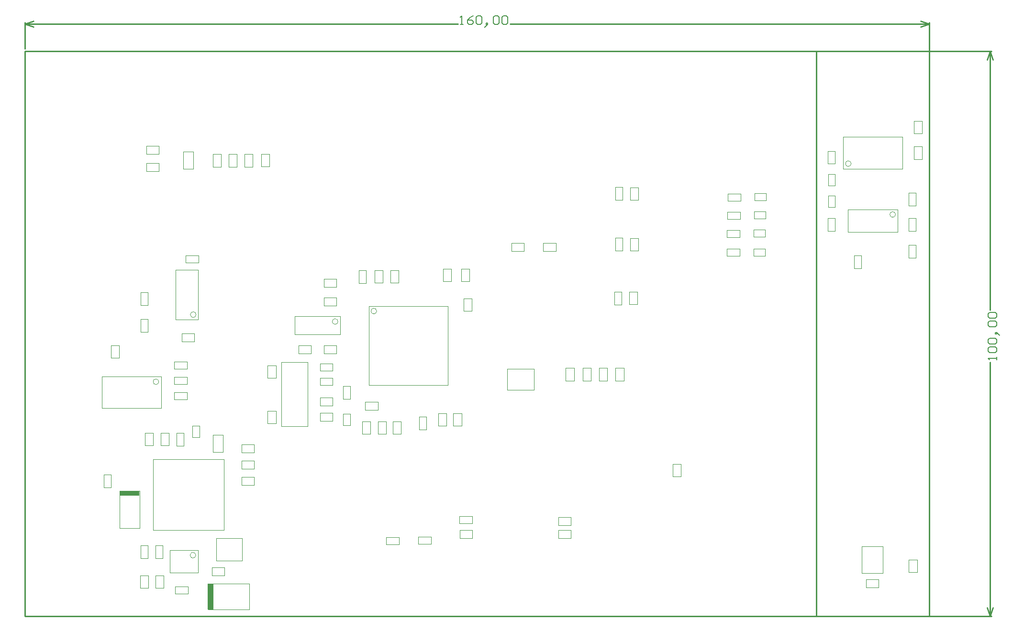
<source format=gbp>
G04 Layer_Color=128*
%FSLAX44Y44*%
%MOMM*%
G71*
G01*
G75*
%ADD47C,0.1000*%
%ADD48C,0.2540*%
%ADD49C,0.1524*%
%ADD50R,3.5000X0.8877*%
%ADD51R,0.9819X4.6000*%
D47*
X2022000Y1170000D02*
G03*
X2022000Y1170000I-5000J0D01*
G01*
X1702000Y738000D02*
G03*
X1702000Y738000I-5000J0D01*
G01*
X1636500Y1045000D02*
G03*
X1636500Y1045000I-5000J0D01*
G01*
X1953500Y1151500D02*
G03*
X1953500Y1151500I-5000J0D01*
G01*
X2861500Y1431000D02*
G03*
X2861500Y1431000I-5000J0D01*
G01*
X2940000Y1341000D02*
G03*
X2940000Y1341000I-5000J0D01*
G01*
X1702500Y1163750D02*
G03*
X1702500Y1163750I-5000J0D01*
G01*
X1604650Y1132600D02*
Y1155400D01*
X1617350Y1132600D02*
Y1155400D01*
X1604650Y1132600D02*
X1617350D01*
X1604650Y1155400D02*
X1617350D01*
X2820750Y1354000D02*
Y1374000D01*
X2833250Y1354000D02*
Y1374000D01*
X2820750Y1354000D02*
X2833250D01*
X2820750Y1374000D02*
X2833250D01*
X2833350Y1430600D02*
Y1453400D01*
X2820650Y1430600D02*
Y1453400D01*
X2833350D01*
X2820650Y1430600D02*
X2833350D01*
X2820650Y1311600D02*
Y1334400D01*
X2833350Y1311600D02*
Y1334400D01*
X2820650Y1311600D02*
X2833350D01*
X2820650Y1334400D02*
X2833350D01*
X2833250Y1392000D02*
Y1412000D01*
X2820750Y1392000D02*
Y1412000D01*
X2833250D01*
X2820750Y1392000D02*
X2833250D01*
X2880200Y753600D02*
X2917800D01*
X2880200Y706400D02*
X2917800D01*
X2880200D02*
Y753600D01*
X2917800Y706400D02*
Y753600D01*
X2963750Y707950D02*
X2978250D01*
X2963750Y730050D02*
X2978250D01*
X2963750Y707950D02*
Y730050D01*
X2978250Y707950D02*
Y730050D01*
X2887950Y680750D02*
Y695250D01*
X2910050Y680750D02*
Y695250D01*
X2887950D02*
X2910050D01*
X2887950Y680750D02*
X2910050D01*
X1663600Y1013650D02*
X1686400D01*
X1663600Y1026350D02*
X1686400D01*
Y1013650D02*
Y1026350D01*
X1663600Y1013650D02*
Y1026350D01*
Y1040650D02*
X1686400D01*
X1663600Y1053350D02*
X1686400D01*
Y1040650D02*
Y1053350D01*
X1663600Y1040650D02*
Y1053350D01*
Y1067650D02*
X1686400D01*
X1663600Y1080350D02*
X1686400D01*
Y1067650D02*
Y1080350D01*
X1663600Y1067650D02*
Y1080350D01*
X2316950Y1275750D02*
Y1290250D01*
X2339050Y1275750D02*
Y1290250D01*
X2316950D02*
X2339050D01*
X2316950Y1275750D02*
X2339050D01*
X2283050D02*
Y1290250D01*
X2260950Y1275750D02*
Y1290250D01*
Y1275750D02*
X2283050D01*
X2260950Y1290250D02*
X2283050D01*
X1539650Y880400D02*
X1552350D01*
X1539650Y857600D02*
X1552350D01*
Y880400D01*
X1539650Y857600D02*
Y880400D01*
X2168950Y782250D02*
X2191050D01*
X2168950Y767750D02*
X2191050D01*
X2168950D02*
Y782250D01*
X2191050Y767750D02*
Y782250D01*
X2468750Y1181950D02*
Y1204050D01*
X2483250Y1181950D02*
Y1204050D01*
X2468750Y1181950D02*
X2483250D01*
X2468750Y1204050D02*
X2483250D01*
X2470750Y1276950D02*
Y1299050D01*
X2485250Y1276950D02*
Y1299050D01*
X2470750Y1276950D02*
X2485250D01*
X2470750Y1299050D02*
X2485250D01*
X2470750Y1366950D02*
Y1389050D01*
X2485250Y1366950D02*
Y1389050D01*
X2470750Y1366950D02*
X2485250D01*
X2470750Y1389050D02*
X2485250D01*
X1829250Y1051450D02*
Y1073550D01*
X1843750Y1051450D02*
Y1073550D01*
X1829250Y1051450D02*
X1843750D01*
X1829250Y1073550D02*
X1843750D01*
Y971450D02*
Y993550D01*
X1829250Y971450D02*
Y993550D01*
X1843750D01*
X1829250Y971450D02*
X1843750D01*
X1883950Y1109250D02*
X1906050D01*
X1883950Y1094750D02*
X1906050D01*
X1883950D02*
Y1109250D01*
X1906050Y1094750D02*
Y1109250D01*
X2157750Y966950D02*
Y989050D01*
X2172250Y966950D02*
Y989050D01*
X2157750Y966950D02*
X2172250D01*
X2157750Y989050D02*
X2172250D01*
X2190250Y1169950D02*
Y1192050D01*
X2175750Y1169950D02*
Y1192050D01*
X2190250D01*
X2175750Y1169950D02*
X2190250D01*
X2033250Y1219950D02*
Y1242050D01*
X2018750Y1219950D02*
Y1242050D01*
X2033250D01*
X2018750Y1219950D02*
X2033250D01*
X2050750Y952950D02*
Y975050D01*
X2065250Y952950D02*
Y975050D01*
X2050750Y952950D02*
X2065250D01*
X2050750Y975050D02*
X2065250D01*
X2001950Y994750D02*
X2024050D01*
X2001950Y1009250D02*
X2024050D01*
Y994750D02*
Y1009250D01*
X2001950Y994750D02*
Y1009250D01*
X2061250Y1219950D02*
Y1242050D01*
X2046750Y1219950D02*
Y1242050D01*
X2061250D01*
X2046750Y1219950D02*
X2061250D01*
X2154250Y1222950D02*
Y1245050D01*
X2139750Y1222950D02*
Y1245050D01*
X2154250D01*
X2139750Y1222950D02*
X2154250D01*
X1921950Y990250D02*
X1944050D01*
X1921950Y975750D02*
X1944050D01*
X1921950D02*
Y990250D01*
X1944050Y975750D02*
Y990250D01*
X1921950Y1017250D02*
X1944050D01*
X1921950Y1002750D02*
X1944050D01*
X1921950D02*
Y1017250D01*
X1944050Y1002750D02*
Y1017250D01*
X2186250Y1222950D02*
Y1245050D01*
X2171750Y1222950D02*
Y1245050D01*
X2186250D01*
X2171750Y1222950D02*
X2186250D01*
X2130750Y966950D02*
Y989050D01*
X2145250Y966950D02*
Y989050D01*
X2130750Y966950D02*
X2145250D01*
X2130750Y989050D02*
X2145250D01*
X2011250Y952950D02*
Y975050D01*
X1996750Y952950D02*
Y975050D01*
X2011250D01*
X1996750Y952950D02*
X2011250D01*
X2039250Y952950D02*
Y975050D01*
X2024750Y952950D02*
Y975050D01*
X2039250D01*
X2024750Y952950D02*
X2039250D01*
X1928950Y1227250D02*
X1951050D01*
X1928950Y1212750D02*
X1951050D01*
X1928950D02*
Y1227250D01*
X1951050Y1212750D02*
Y1227250D01*
X1928950Y1194250D02*
X1951050D01*
X1928950Y1179750D02*
X1951050D01*
X1928950D02*
Y1194250D01*
X1951050Y1179750D02*
Y1194250D01*
X1928950Y1109250D02*
X1951050D01*
X1928950Y1094750D02*
X1951050D01*
X1928950D02*
Y1109250D01*
X1951050Y1094750D02*
Y1109250D01*
X2356750Y1046950D02*
Y1069050D01*
X2371250Y1046950D02*
Y1069050D01*
X2356750Y1046950D02*
X2371250D01*
X2356750Y1069050D02*
X2371250D01*
X2386750Y1046950D02*
Y1069050D01*
X2401250Y1046950D02*
Y1069050D01*
X2386750Y1046950D02*
X2401250D01*
X2386750Y1069050D02*
X2401250D01*
X2444750Y1046950D02*
Y1069050D01*
X2459250Y1046950D02*
Y1069050D01*
X2444750Y1046950D02*
X2459250D01*
X2444750Y1069050D02*
X2459250D01*
X2415750Y1046950D02*
Y1069050D01*
X2430250Y1046950D02*
Y1069050D01*
X2415750Y1046950D02*
X2430250D01*
X2415750Y1069050D02*
X2430250D01*
X1567500Y852000D02*
X1602500D01*
X1567500Y786000D02*
X1602500D01*
Y852000D01*
X1567500Y786000D02*
Y852000D01*
X1723500Y642000D02*
X1796500D01*
X1723500Y688000D02*
X1796500D01*
Y642000D02*
Y688000D01*
X1723500Y642000D02*
Y688000D01*
X1630750Y679950D02*
Y702050D01*
X1645250Y679950D02*
Y702050D01*
X1630750Y679950D02*
X1645250D01*
X1630750Y702050D02*
X1645250D01*
X1603750Y679950D02*
Y702050D01*
X1618250Y679950D02*
Y702050D01*
X1603750Y679950D02*
X1618250D01*
X1603750Y702050D02*
X1618250D01*
X1626250Y931950D02*
Y954050D01*
X1611750Y931950D02*
Y954050D01*
X1626250D01*
X1611750Y931950D02*
X1626250D01*
X1654250D02*
Y954050D01*
X1639750Y931950D02*
Y954050D01*
X1654250D01*
X1639750Y931950D02*
X1654250D01*
X1782950Y861750D02*
X1805050D01*
X1782950Y876250D02*
X1805050D01*
Y861750D02*
Y876250D01*
X1782950Y861750D02*
Y876250D01*
Y890750D02*
X1805050D01*
X1782950Y905250D02*
X1805050D01*
Y890750D02*
Y905250D01*
X1782950Y890750D02*
Y905250D01*
Y919750D02*
X1805050D01*
X1782950Y934250D02*
X1805050D01*
Y919750D02*
Y934250D01*
X1782950Y919750D02*
Y934250D01*
X2689000Y1280250D02*
X2709000D01*
X2689000Y1267750D02*
X2709000D01*
X2689000D02*
Y1280250D01*
X2709000Y1267750D02*
Y1280250D01*
X2709000Y1301750D02*
Y1314250D01*
X2689000Y1301750D02*
Y1314250D01*
Y1301750D02*
X2709000D01*
X2689000Y1314250D02*
X2709000D01*
X2690000Y1346250D02*
X2710000D01*
X2690000Y1333750D02*
X2710000D01*
X2690000D02*
Y1346250D01*
X2710000Y1333750D02*
Y1346250D01*
X2711000Y1365750D02*
Y1378250D01*
X2691000Y1365750D02*
Y1378250D01*
Y1365750D02*
X2711000D01*
X2691000Y1378250D02*
X2711000D01*
X1738000Y728250D02*
X1784000D01*
X1738000Y767750D02*
X1784000D01*
Y728250D02*
Y767750D01*
X1738000Y728250D02*
Y767750D01*
X1695750Y947000D02*
Y967000D01*
X1708250Y947000D02*
Y967000D01*
X1695750Y947000D02*
X1708250D01*
X1695750Y967000D02*
X1708250D01*
X1962750Y968000D02*
X1975250D01*
X1962750Y988000D02*
X1975250D01*
X1962750Y968000D02*
Y988000D01*
X1975250Y968000D02*
Y988000D01*
X1626500Y907500D02*
X1751500D01*
X1626500Y782500D02*
X1751500D01*
X1626500D02*
Y907500D01*
X1751500Y782500D02*
Y907500D01*
X2095600Y757650D02*
Y770350D01*
X2118400Y757650D02*
Y770350D01*
X2095600D02*
X2118400D01*
X2095600Y757650D02*
X2118400D01*
X2455350Y1181600D02*
Y1204400D01*
X2442650Y1181600D02*
Y1204400D01*
X2455350D01*
X2442650Y1181600D02*
X2455350D01*
X1944400Y1064150D02*
Y1076850D01*
X1921600Y1064150D02*
Y1076850D01*
Y1064150D02*
X1944400D01*
X1921600Y1076850D02*
X1944400D01*
X1921600Y1051350D02*
X1944400D01*
X1921600Y1038650D02*
X1944400D01*
X1921600D02*
Y1051350D01*
X1944400Y1038650D02*
Y1051350D01*
X1990650Y1242400D02*
X2003350D01*
X1990650Y1219600D02*
X2003350D01*
Y1242400D01*
X1990650Y1219600D02*
Y1242400D01*
X2457350Y1276600D02*
Y1299400D01*
X2444650Y1276600D02*
Y1299400D01*
X2457350D01*
X2444650Y1276600D02*
X2457350D01*
X2168600Y794650D02*
Y807350D01*
X2191400Y794650D02*
Y807350D01*
X2168600D02*
X2191400D01*
X2168600Y794650D02*
X2191400D01*
X2457350Y1366600D02*
Y1389400D01*
X2444650Y1366600D02*
Y1389400D01*
X2457350D01*
X2444650Y1366600D02*
X2457350D01*
X2641600Y1267650D02*
Y1280350D01*
X2664400Y1267650D02*
Y1280350D01*
X2641600D02*
X2664400D01*
X2641600Y1267650D02*
X2664400D01*
X2641600Y1300650D02*
X2664400D01*
X2641600Y1313350D02*
X2664400D01*
Y1300650D02*
Y1313350D01*
X2641600Y1300650D02*
Y1313350D01*
X2642600Y1332650D02*
Y1345350D01*
X2665400Y1332650D02*
Y1345350D01*
X2642600D02*
X2665400D01*
X2642600Y1332650D02*
X2665400D01*
X1975350Y1014600D02*
Y1037400D01*
X1962650Y1014600D02*
Y1037400D01*
X1975350D01*
X1962650Y1014600D02*
X1975350D01*
X2643600Y1364650D02*
Y1377350D01*
X2666400Y1364650D02*
Y1377350D01*
X2643600D02*
X2666400D01*
X2643600Y1364650D02*
X2666400D01*
X2110350Y960600D02*
Y983400D01*
X2097650Y960600D02*
Y983400D01*
X2110350D01*
X2097650Y960600D02*
X2110350D01*
X1667650Y954400D02*
X1680350D01*
X1667650Y931600D02*
X1680350D01*
Y954400D01*
X1667650Y931600D02*
Y954400D01*
X1617350Y732600D02*
Y755400D01*
X1604650Y732600D02*
Y755400D01*
X1617350D01*
X1604650Y732600D02*
X1617350D01*
X1630650Y755400D02*
X1643350D01*
X1630650Y732600D02*
X1643350D01*
Y755400D01*
X1630650Y732600D02*
Y755400D01*
X1665600Y669650D02*
X1688400D01*
X1665600Y682350D02*
X1688400D01*
Y669650D02*
Y682350D01*
X1665600Y669650D02*
Y682350D01*
X2008000Y1039000D02*
X2148000D01*
X2008000Y1179000D02*
X2148000D01*
Y1039000D02*
Y1179000D01*
X2008000Y1039000D02*
Y1179000D01*
X2253400Y1030200D02*
Y1067800D01*
X2300600Y1030200D02*
Y1067800D01*
X2253400Y1030200D02*
X2300600D01*
X2253400Y1067800D02*
X2300600D01*
X1656000Y747000D02*
X1706000D01*
X1656000Y707000D02*
X1706000D01*
Y747000D01*
X1656000Y707000D02*
Y747000D01*
X1732250Y920750D02*
X1749750D01*
X1732250Y951250D02*
X1749750D01*
Y920750D02*
Y951250D01*
X1732250Y920750D02*
Y951250D01*
X1535500Y1054000D02*
X1640500D01*
X1535500Y998000D02*
X1640500D01*
Y1054000D01*
X1535500Y998000D02*
Y1054000D01*
X1900000Y965750D02*
Y1079250D01*
X1853000Y965750D02*
Y1079250D01*
X1900000D01*
X1853000Y965750D02*
X1900000D01*
X1877500Y1160500D02*
X1957500D01*
X1877500Y1128500D02*
X1957500D01*
Y1160500D01*
X1877500Y1128500D02*
Y1160500D01*
X1730950Y701750D02*
X1753050D01*
X1730950Y716250D02*
X1753050D01*
Y701750D02*
Y716250D01*
X1730950Y701750D02*
Y716250D01*
X2038600Y756650D02*
Y769350D01*
X2061400Y756650D02*
Y769350D01*
X2038600D02*
X2061400D01*
X2038600Y756650D02*
X2061400D01*
X1566250Y1086950D02*
Y1109050D01*
X1551750Y1086950D02*
Y1109050D01*
X1566250D01*
X1551750Y1086950D02*
X1566250D01*
X2343950Y805250D02*
X2366050D01*
X2343950Y790750D02*
X2366050D01*
X2343950D02*
Y805250D01*
X2366050Y790750D02*
Y805250D01*
X2343950Y782250D02*
X2366050D01*
X2343950Y767750D02*
X2366050D01*
X2343950D02*
Y782250D01*
X2366050Y767750D02*
Y782250D01*
X2545750Y876950D02*
Y899050D01*
X2560250Y876950D02*
Y899050D01*
X2545750Y876950D02*
X2560250D01*
X2545750Y899050D02*
X2560250D01*
X1706900Y1255400D02*
Y1268100D01*
X1684100Y1255400D02*
Y1268100D01*
Y1255400D02*
X1706900D01*
X1684100Y1268100D02*
X1706900D01*
X1614950Y1432250D02*
X1637050D01*
X1614950Y1417750D02*
X1637050D01*
X1614950D02*
Y1432250D01*
X1637050Y1417750D02*
Y1432250D01*
X1614700Y1462250D02*
X1636800D01*
X1614700Y1447750D02*
X1636800D01*
X1614700D02*
Y1462250D01*
X1636800Y1447750D02*
Y1462250D01*
X1732250Y1425450D02*
Y1447550D01*
X1746750Y1425450D02*
Y1447550D01*
X1732250Y1425450D02*
X1746750D01*
X1732250Y1447550D02*
X1746750D01*
X1760250Y1425450D02*
Y1447550D01*
X1774750Y1425450D02*
Y1447550D01*
X1760250Y1425450D02*
X1774750D01*
X1760250Y1447550D02*
X1774750D01*
X1788250Y1425450D02*
Y1447550D01*
X1802750Y1425450D02*
Y1447550D01*
X1788250Y1425450D02*
X1802750D01*
X1788250Y1447550D02*
X1802750D01*
X1676950Y1115750D02*
X1699050D01*
X1676950Y1130250D02*
X1699050D01*
Y1115750D02*
Y1130250D01*
X1676950Y1115750D02*
Y1130250D01*
X2987250Y1438950D02*
Y1461050D01*
X2972750Y1438950D02*
Y1461050D01*
X2987250D01*
X2972750Y1438950D02*
X2987250D01*
Y1483950D02*
Y1506050D01*
X2972750Y1483950D02*
Y1506050D01*
X2987250D01*
X2972750Y1483950D02*
X2987250D01*
X2866650Y1245600D02*
X2879350D01*
X2866650Y1268400D02*
X2879350D01*
X2866650Y1245600D02*
Y1268400D01*
X2879350Y1245600D02*
Y1268400D01*
X1604650Y1180600D02*
X1617350D01*
X1604650Y1203400D02*
X1617350D01*
X1604650Y1180600D02*
Y1203400D01*
X1617350Y1180600D02*
Y1203400D01*
X2963650Y1287400D02*
X2976350D01*
X2963650Y1264600D02*
X2976350D01*
Y1287400D01*
X2963650Y1264600D02*
Y1287400D01*
Y1379400D02*
X2976350D01*
X2963650Y1356600D02*
X2976350D01*
Y1379400D01*
X2963650Y1356600D02*
Y1379400D01*
X1679750Y1421250D02*
X1697250D01*
X1679750Y1451750D02*
X1697250D01*
Y1421250D02*
Y1451750D01*
X1679750Y1421250D02*
Y1451750D01*
X2847500Y1422000D02*
X2952500D01*
X2847500Y1478000D02*
X2952500D01*
X2847500Y1422000D02*
Y1478000D01*
X2952500Y1422000D02*
Y1478000D01*
X2963650Y1311600D02*
X2976350D01*
X2963650Y1334400D02*
X2976350D01*
X2963650Y1311600D02*
Y1334400D01*
X2976350Y1311600D02*
Y1334400D01*
X1817750Y1425950D02*
Y1448050D01*
X1832250Y1425950D02*
Y1448050D01*
X1817750Y1425950D02*
X1832250D01*
X1817750Y1448050D02*
X1832250D01*
X2856000Y1310000D02*
Y1350000D01*
X2944000Y1310000D02*
Y1350000D01*
X2856000Y1310000D02*
X2944000D01*
X2856000Y1350000D02*
X2944000D01*
X1706500Y1154750D02*
Y1242750D01*
X1666500Y1154750D02*
Y1242750D01*
Y1154750D02*
X1706500D01*
X1666500Y1242750D02*
X1706500D01*
D48*
X3000000Y632540D02*
Y1680540D01*
X1400000Y1633810D02*
Y1680540D01*
X2258107Y1678000D02*
X3000000D01*
X1400000D02*
X2166186D01*
X2984760Y1683080D02*
X3000000Y1678000D01*
X2984760Y1672920D02*
X3000000Y1678000D01*
X1400000D02*
X1415240Y1672920D01*
X1400000Y1678000D02*
X1415240Y1683080D01*
X2803810Y1630000D02*
X3109790D01*
X2803810Y630000D02*
X3109790D01*
X3107250Y1171896D02*
Y1630000D01*
Y630000D02*
Y1079976D01*
X3102170Y1614760D02*
X3107250Y1630000D01*
X3112330Y1614760D01*
X3107250Y630000D02*
X3112330Y645240D01*
X3102170D02*
X3107250Y630000D01*
X2800000D02*
X3000000D01*
Y1630000D01*
X2800000D02*
X3000000D01*
X1400000Y630000D02*
Y1630000D01*
Y630000D02*
X2800000D01*
Y1630000D01*
X1400000D02*
X2800000D01*
D49*
X2170250Y1677750D02*
X2175328D01*
X2172789D01*
Y1692985D01*
X2170250Y1690446D01*
X2193103Y1692985D02*
X2188024Y1690446D01*
X2182946Y1685367D01*
Y1680289D01*
X2185485Y1677750D01*
X2190563D01*
X2193103Y1680289D01*
Y1682828D01*
X2190563Y1685367D01*
X2182946D01*
X2198181Y1690446D02*
X2200720Y1692985D01*
X2205798D01*
X2208338Y1690446D01*
Y1680289D01*
X2205798Y1677750D01*
X2200720D01*
X2198181Y1680289D01*
Y1690446D01*
X2215955Y1675211D02*
X2218494Y1677750D01*
Y1680289D01*
X2215955D01*
Y1677750D01*
X2218494D01*
X2215955Y1675211D01*
X2213416Y1672672D01*
X2228651Y1690446D02*
X2231190Y1692985D01*
X2236269D01*
X2238808Y1690446D01*
Y1680289D01*
X2236269Y1677750D01*
X2231190D01*
X2228651Y1680289D01*
Y1690446D01*
X2243886D02*
X2246425Y1692985D01*
X2251504D01*
X2254043Y1690446D01*
Y1680289D01*
X2251504Y1677750D01*
X2246425D01*
X2243886Y1680289D01*
Y1690446D01*
X3118931Y1084040D02*
Y1089118D01*
Y1086579D01*
X3103696D01*
X3106235Y1084040D01*
Y1096735D02*
X3103696Y1099275D01*
Y1104353D01*
X3106235Y1106892D01*
X3116392D01*
X3118931Y1104353D01*
Y1099275D01*
X3116392Y1096735D01*
X3106235D01*
Y1111971D02*
X3103696Y1114510D01*
Y1119588D01*
X3106235Y1122127D01*
X3116392D01*
X3118931Y1119588D01*
Y1114510D01*
X3116392Y1111971D01*
X3106235D01*
X3121470Y1129745D02*
X3118931Y1132284D01*
X3116392D01*
Y1129745D01*
X3118931D01*
Y1132284D01*
X3121470Y1129745D01*
X3124009Y1127206D01*
X3106235Y1142441D02*
X3103696Y1144980D01*
Y1150058D01*
X3106235Y1152597D01*
X3116392D01*
X3118931Y1150058D01*
Y1144980D01*
X3116392Y1142441D01*
X3106235D01*
Y1157676D02*
X3103696Y1160215D01*
Y1165293D01*
X3106235Y1167832D01*
X3116392D01*
X3118931Y1165293D01*
Y1160215D01*
X3116392Y1157676D01*
X3106235D01*
D50*
X1585000Y847561D02*
D03*
D51*
X1728409Y665000D02*
D03*
M02*

</source>
